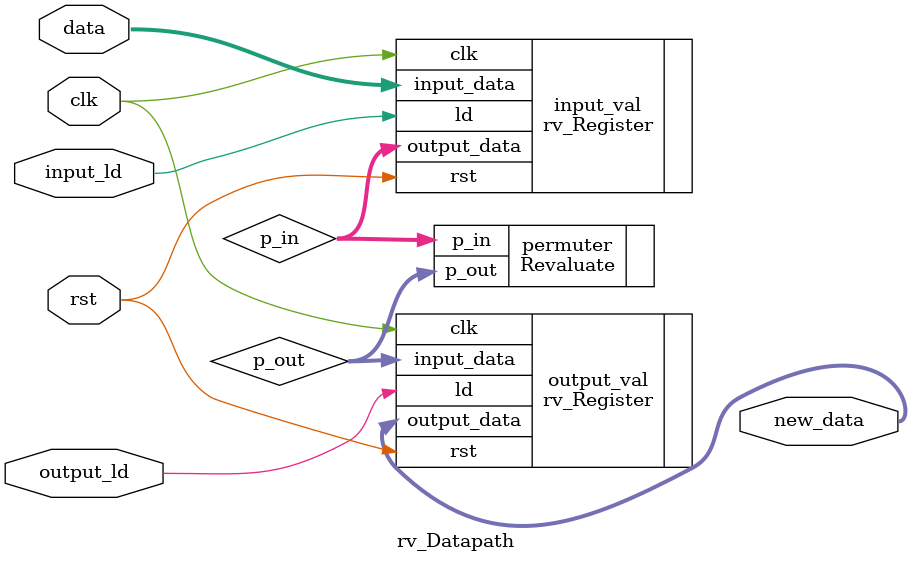
<source format=v>
`timescale 1ns/1ns
module rv_Datapath (
    clk,
    rst,
    input_ld,
    output_ld,

    data,

    new_data
);
    input clk, rst;
    input input_ld, output_ld;
    input [24:0] data;

    output [24:0] new_data;

    wire [24:0] p_in;
    wire [24:0] p_out;

    rv_Register #(25) input_val(.clk(clk), .rst(rst), .ld(input_ld), .input_data(data), 
        .output_data(p_in));

    Revaluate permuter(.p_in(p_in), 
        .p_out(p_out));

    rv_Register #(25) output_val(.clk(clk), .rst(rst), .ld(output_ld), .input_data(p_out), 
        .output_data(new_data));

    
endmodule
</source>
